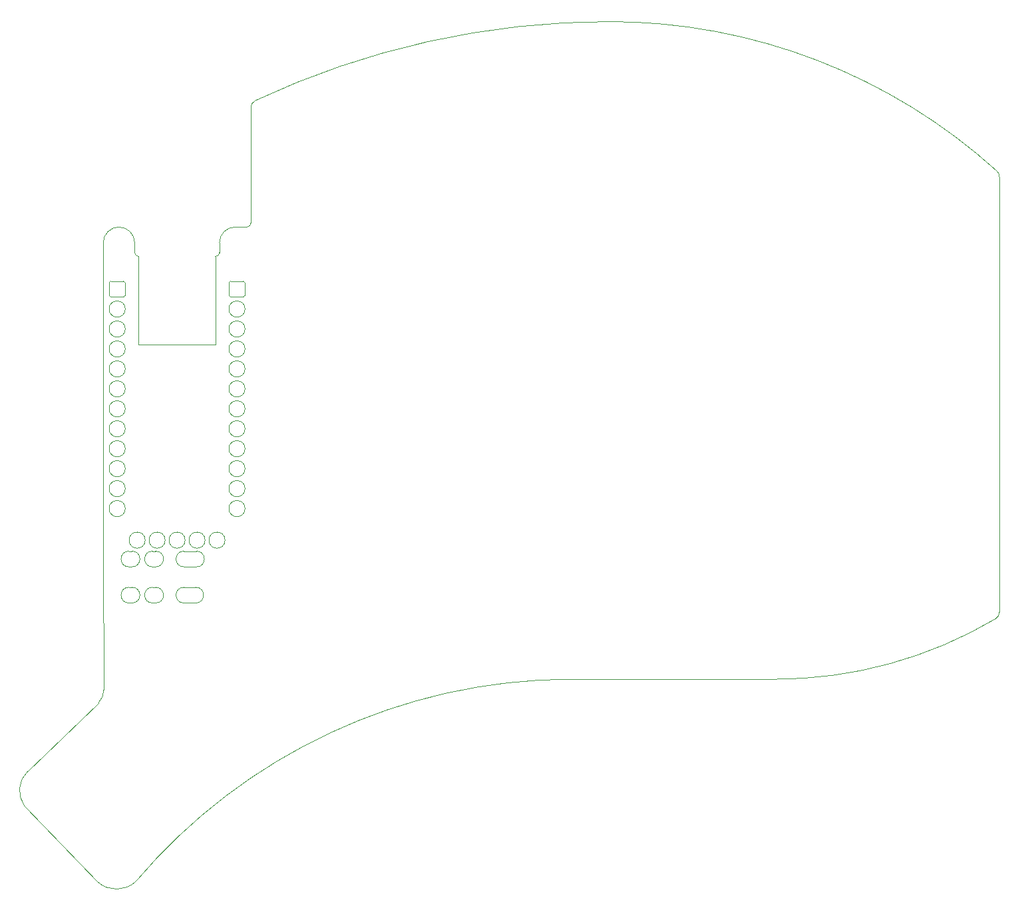
<source format=gm1>
%TF.GenerationSoftware,KiCad,Pcbnew,7.0.7-2.fc38*%
%TF.CreationDate,2023-10-04T19:59:22+05:30*%
%TF.ProjectId,bottom_plate,626f7474-6f6d-45f7-906c-6174652e6b69,rev?*%
%TF.SameCoordinates,Original*%
%TF.FileFunction,Profile,NP*%
%FSLAX46Y46*%
G04 Gerber Fmt 4.6, Leading zero omitted, Abs format (unit mm)*
G04 Created by KiCad (PCBNEW 7.0.7-2.fc38) date 2023-10-04 19:59:22*
%MOMM*%
%LPD*%
G01*
G04 APERTURE LIST*
%TA.AperFunction,Profile*%
%ADD10C,0.050000*%
%TD*%
G04 APERTURE END LIST*
D10*
X36400943Y-94264806D02*
X36400629Y-54480040D01*
X150430917Y-46085746D02*
G75*
G03*
X150107140Y-45349092I-999117J346D01*
G01*
X35746713Y-135879350D02*
G75*
G03*
X40579026Y-135740784I2340757J2698750D01*
G01*
X40900935Y-56229815D02*
X40900934Y-67479812D01*
X53181941Y-52480354D02*
G75*
G03*
X51181954Y-54480492I-41J-1999946D01*
G01*
X54681882Y-52480484D02*
G75*
G03*
X55181884Y-51980529I-182J500184D01*
G01*
X35746711Y-135879352D02*
X26387469Y-126180595D01*
X40400885Y-55729819D02*
G75*
G03*
X40900935Y-56229815I500215J219D01*
G01*
X40400754Y-54479892D02*
X40400928Y-55729819D01*
X150107143Y-45349089D02*
G75*
G03*
X100806597Y-26334574I-49300483J-54405431D01*
G01*
X26817899Y-121712304D02*
G75*
G03*
X26387469Y-126180595I2308931J-2477296D01*
G01*
X150430947Y-101485646D02*
X150430939Y-86246058D01*
X121856035Y-110035978D02*
G75*
G03*
X149957548Y-102335002I-135J55123378D01*
G01*
X149957548Y-102335003D02*
G75*
G03*
X150430947Y-101485646I-525148J849303D01*
G01*
X121856035Y-110035989D02*
X95794156Y-110035649D01*
X95794156Y-110035647D02*
G75*
G03*
X40579028Y-135740785I232684J-72653953D01*
G01*
X35779145Y-113068228D02*
X26817897Y-121712302D01*
X100806597Y-26334573D02*
G75*
G03*
X55757144Y-36379092I503J-106047427D01*
G01*
X55181887Y-37284664D02*
X55181884Y-51980529D01*
X51181785Y-55730423D02*
X51181954Y-54480492D01*
X150430942Y-60166057D02*
X150430939Y-46085746D01*
X40400698Y-54479892D02*
G75*
G03*
X38400617Y-52479902I-1999898J92D01*
G01*
X55757142Y-36379088D02*
G75*
G03*
X55181887Y-37284664I425058J-905512D01*
G01*
X40900934Y-67479812D02*
X50681777Y-67480420D01*
X150430939Y-86246058D02*
X150430942Y-60166057D01*
X53181941Y-52480355D02*
X54681882Y-52480529D01*
X50681777Y-67480420D02*
X50681774Y-56230421D01*
X38400617Y-52479929D02*
G75*
G03*
X36400629Y-54480040I283J-2000271D01*
G01*
X36400943Y-94264806D02*
X36465974Y-111370627D01*
X35779140Y-113068223D02*
G75*
G03*
X36465972Y-111370627I-1791640J1712623D01*
G01*
X50681774Y-56230385D02*
G75*
G03*
X51181785Y-55730423I26J499985D01*
G01*
%TO.C,DISP101*%
X41736557Y-92332635D02*
G75*
G03*
X41736557Y-92332635I-1025000J0D01*
G01*
X44276557Y-92332635D02*
G75*
G03*
X44276557Y-92332635I-1025000J0D01*
G01*
X46816557Y-92332635D02*
G75*
G03*
X46816557Y-92332635I-1025000J0D01*
G01*
X49356557Y-92332635D02*
G75*
G03*
X49356557Y-92332635I-1025000J0D01*
G01*
X51896557Y-92332635D02*
G75*
G03*
X51896557Y-92332635I-1025000J0D01*
G01*
%TO.C,J101*%
X40062468Y-100330596D02*
X39662468Y-100330596D01*
X43062468Y-100330596D02*
X42662468Y-100330596D01*
X48162468Y-100330596D02*
X46662468Y-100330596D01*
X39662468Y-98330596D02*
X40062468Y-98330596D01*
X42662468Y-98330596D02*
X43062468Y-98330596D01*
X46662468Y-98330596D02*
X48162468Y-98330596D01*
X39662468Y-95730596D02*
X40062468Y-95730596D01*
X42662468Y-95730596D02*
X43062468Y-95730596D01*
X46662468Y-95730596D02*
X48262468Y-95730596D01*
X40062468Y-93730596D02*
X39662468Y-93730596D01*
X43062468Y-93730596D02*
X42662468Y-93730596D01*
X48262468Y-93730596D02*
X46662468Y-93730596D01*
X39662468Y-98330596D02*
G75*
G03*
X39662468Y-100330596I0J-1000000D01*
G01*
X42662468Y-98330596D02*
G75*
G03*
X42662468Y-100330596I0J-1000000D01*
G01*
X46662468Y-98330596D02*
G75*
G03*
X46662468Y-100330596I0J-1000000D01*
G01*
X40062468Y-100330596D02*
G75*
G03*
X40062468Y-98330596I0J1000000D01*
G01*
X43062468Y-100330596D02*
G75*
G03*
X43062468Y-98330596I0J1000000D01*
G01*
X48162468Y-100330596D02*
G75*
G03*
X48162468Y-98330596I0J1000000D01*
G01*
X39662468Y-93730596D02*
G75*
G03*
X39662468Y-95730596I0J-1000000D01*
G01*
X42662468Y-93730596D02*
G75*
G03*
X42662468Y-95730596I0J-1000000D01*
G01*
X46662468Y-93730596D02*
G75*
G03*
X46662468Y-95730596I0J-1000000D01*
G01*
X40062468Y-95730596D02*
G75*
G03*
X40062468Y-93730596I0J1000000D01*
G01*
X43062468Y-95730596D02*
G75*
G03*
X43062468Y-93730596I0J1000000D01*
G01*
X48262468Y-95730596D02*
G75*
G03*
X48262468Y-93730596I0J1000000D01*
G01*
%TO.C,U101*%
X54211311Y-59373658D02*
X52611311Y-59373658D01*
X38971311Y-59373658D02*
X37371311Y-59373658D01*
X52411311Y-59573658D02*
X52411311Y-61173658D01*
X37171311Y-59573658D02*
X37171311Y-61173658D01*
X54411311Y-61173658D02*
X54411311Y-59573658D01*
X39171311Y-61173658D02*
X39171311Y-59573658D01*
X52611311Y-61373658D02*
X54211311Y-61373658D01*
X37371311Y-61373658D02*
X38971311Y-61373658D01*
X54411311Y-59573658D02*
G75*
G03*
X54211311Y-59373658I-200001J-1D01*
G01*
X39171311Y-59573658D02*
G75*
G03*
X38971311Y-59373658I-200001J-1D01*
G01*
X52611311Y-59373658D02*
G75*
G03*
X52411311Y-59573658I1J-200001D01*
G01*
X37371311Y-59373658D02*
G75*
G03*
X37171311Y-59573658I1J-200001D01*
G01*
X54211311Y-61373658D02*
G75*
G03*
X54411311Y-61173658I-1J200001D01*
G01*
X38971311Y-61373658D02*
G75*
G03*
X39171311Y-61173658I-1J200001D01*
G01*
X52411311Y-61173658D02*
G75*
G03*
X52611311Y-61373658I200001J1D01*
G01*
X37171311Y-61173658D02*
G75*
G03*
X37371311Y-61373658I200001J1D01*
G01*
X54436311Y-62913658D02*
G75*
G03*
X54436311Y-62913658I-1025000J0D01*
G01*
X39196311Y-62913658D02*
G75*
G03*
X39196311Y-62913658I-1025000J0D01*
G01*
X54436311Y-65453658D02*
G75*
G03*
X54436311Y-65453658I-1025000J0D01*
G01*
X39196311Y-65453658D02*
G75*
G03*
X39196311Y-65453658I-1025000J0D01*
G01*
X54436311Y-67993658D02*
G75*
G03*
X54436311Y-67993658I-1025000J0D01*
G01*
X39196311Y-67993658D02*
G75*
G03*
X39196311Y-67993658I-1025000J0D01*
G01*
X54436311Y-70533658D02*
G75*
G03*
X54436311Y-70533658I-1025000J0D01*
G01*
X39196311Y-70533658D02*
G75*
G03*
X39196311Y-70533658I-1025000J0D01*
G01*
X54436311Y-73073658D02*
G75*
G03*
X54436311Y-73073658I-1025000J0D01*
G01*
X39196311Y-73073658D02*
G75*
G03*
X39196311Y-73073658I-1025000J0D01*
G01*
X54436311Y-75613658D02*
G75*
G03*
X54436311Y-75613658I-1025000J0D01*
G01*
X39196311Y-75613658D02*
G75*
G03*
X39196311Y-75613658I-1025000J0D01*
G01*
X54436311Y-78153658D02*
G75*
G03*
X54436311Y-78153658I-1025000J0D01*
G01*
X39196311Y-78153658D02*
G75*
G03*
X39196311Y-78153658I-1025000J0D01*
G01*
X54436311Y-80693658D02*
G75*
G03*
X54436311Y-80693658I-1025000J0D01*
G01*
X39196311Y-80693658D02*
G75*
G03*
X39196311Y-80693658I-1025000J0D01*
G01*
X54436311Y-83233658D02*
G75*
G03*
X54436311Y-83233658I-1025000J0D01*
G01*
X39196311Y-83233658D02*
G75*
G03*
X39196311Y-83233658I-1025000J0D01*
G01*
X54436311Y-85773658D02*
G75*
G03*
X54436311Y-85773658I-1025000J0D01*
G01*
X39196311Y-85773658D02*
G75*
G03*
X39196311Y-85773658I-1025000J0D01*
G01*
X54436311Y-88313658D02*
G75*
G03*
X54436311Y-88313658I-1025000J0D01*
G01*
X39196311Y-88313658D02*
G75*
G03*
X39196311Y-88313658I-1025000J0D01*
G01*
%TD*%
M02*

</source>
